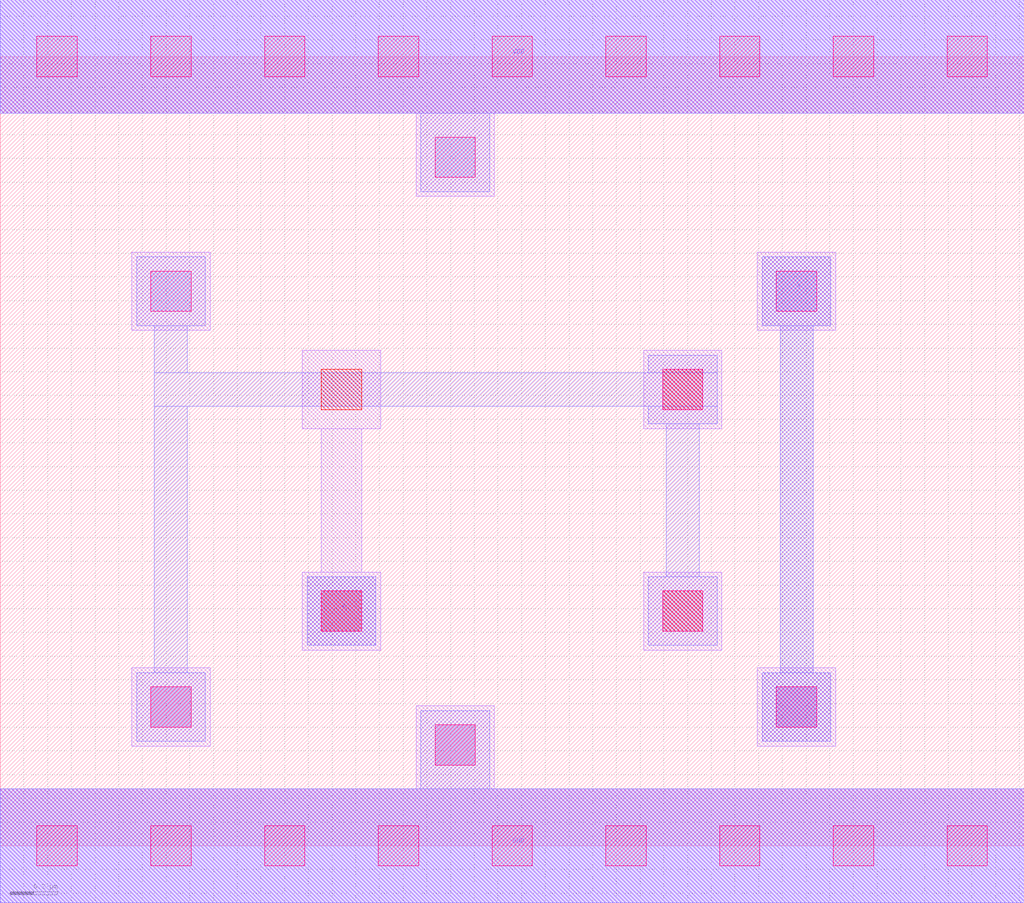
<source format=lef>
MACRO BUFX2
 CLASS CORE ;
 FOREIGN BUFX2 0 0 ;
 SIZE 4.32 BY 3.33 ;
 ORIGIN 0 0 ;
 SYMMETRY X Y R90 ;
 SITE unit ;
  PIN VDD
   DIRECTION INOUT ;
   USE POWER ;
   SHAPE ABUTMENT ;
    PORT
     CLASS CORE ;
       LAYER li1 ;
        RECT 0.00000000 3.09000000 4.32000000 3.57000000 ;
       LAYER met1 ;
        RECT 0.00000000 3.09000000 4.32000000 3.57000000 ;
    END
  END VDD

  PIN GND
   DIRECTION INOUT ;
   USE POWER ;
   SHAPE ABUTMENT ;
    PORT
     CLASS CORE ;
       LAYER li1 ;
        RECT 0.00000000 -0.24000000 4.32000000 0.24000000 ;
       LAYER met1 ;
        RECT 0.00000000 -0.24000000 4.32000000 0.24000000 ;
    END
  END GND

  PIN Y
   DIRECTION INOUT ;
   USE SIGNAL ;
   SHAPE ABUTMENT ;
    PORT
     CLASS CORE ;
       LAYER met1 ;
        RECT 3.21500000 0.44000000 3.50500000 0.73000000 ;
        RECT 3.29000000 0.73000000 3.43000000 2.19500000 ;
        RECT 3.21500000 2.19500000 3.50500000 2.48500000 ;
    END
  END Y

  PIN A
   DIRECTION INOUT ;
   USE SIGNAL ;
   SHAPE ABUTMENT ;
    PORT
     CLASS CORE ;
       LAYER met1 ;
        RECT 1.29500000 0.84500000 1.58500000 1.13500000 ;
    END
  END A

 OBS
    LAYER polycont ;
     RECT 1.35500000 0.90500000 1.52500000 1.07500000 ;
     RECT 2.79500000 0.90500000 2.96500000 1.07500000 ;
     RECT 1.35500000 1.84000000 1.52500000 2.01000000 ;
     RECT 2.79500000 1.84000000 2.96500000 2.01000000 ;

    LAYER pdiffc ;
     RECT 0.63500000 2.25500000 0.80500000 2.42500000 ;
     RECT 3.27500000 2.25500000 3.44500000 2.42500000 ;
     RECT 1.83500000 2.82000000 2.00500000 2.99000000 ;

    LAYER ndiffc ;
     RECT 1.83500000 0.34000000 2.00500000 0.51000000 ;
     RECT 0.63500000 0.50000000 0.80500000 0.67000000 ;
     RECT 3.27500000 0.50000000 3.44500000 0.67000000 ;

    LAYER li1 ;
     RECT 0.00000000 -0.24000000 4.32000000 0.24000000 ;
     RECT 1.75500000 0.24000000 2.08500000 0.59000000 ;
     RECT 0.55500000 0.42000000 0.88500000 0.75000000 ;
     RECT 3.19500000 0.42000000 3.52500000 0.75000000 ;
     RECT 2.71500000 0.82500000 3.04500000 1.15500000 ;
     RECT 1.27500000 0.82500000 1.60500000 1.15500000 ;
     RECT 1.35500000 1.15500000 1.52500000 1.76000000 ;
     RECT 1.27500000 1.76000000 1.60500000 2.09000000 ;
     RECT 2.71500000 1.76000000 3.04500000 2.09000000 ;
     RECT 0.55500000 2.17500000 0.88500000 2.50500000 ;
     RECT 3.19500000 2.17500000 3.52500000 2.50500000 ;
     RECT 1.75500000 2.74000000 2.08500000 3.09000000 ;
     RECT 0.00000000 3.09000000 4.32000000 3.57000000 ;

    LAYER viali ;
     RECT 0.15500000 -0.08500000 0.32500000 0.08500000 ;
     RECT 0.63500000 -0.08500000 0.80500000 0.08500000 ;
     RECT 1.11500000 -0.08500000 1.28500000 0.08500000 ;
     RECT 1.59500000 -0.08500000 1.76500000 0.08500000 ;
     RECT 2.07500000 -0.08500000 2.24500000 0.08500000 ;
     RECT 2.55500000 -0.08500000 2.72500000 0.08500000 ;
     RECT 3.03500000 -0.08500000 3.20500000 0.08500000 ;
     RECT 3.51500000 -0.08500000 3.68500000 0.08500000 ;
     RECT 3.99500000 -0.08500000 4.16500000 0.08500000 ;
     RECT 1.83500000 0.34000000 2.00500000 0.51000000 ;
     RECT 0.63500000 0.50000000 0.80500000 0.67000000 ;
     RECT 3.27500000 0.50000000 3.44500000 0.67000000 ;
     RECT 1.35500000 0.90500000 1.52500000 1.07500000 ;
     RECT 2.79500000 0.90500000 2.96500000 1.07500000 ;
     RECT 2.79500000 1.84000000 2.96500000 2.01000000 ;
     RECT 0.63500000 2.25500000 0.80500000 2.42500000 ;
     RECT 3.27500000 2.25500000 3.44500000 2.42500000 ;
     RECT 1.83500000 2.82000000 2.00500000 2.99000000 ;
     RECT 0.15500000 3.24500000 0.32500000 3.41500000 ;
     RECT 0.63500000 3.24500000 0.80500000 3.41500000 ;
     RECT 1.11500000 3.24500000 1.28500000 3.41500000 ;
     RECT 1.59500000 3.24500000 1.76500000 3.41500000 ;
     RECT 2.07500000 3.24500000 2.24500000 3.41500000 ;
     RECT 2.55500000 3.24500000 2.72500000 3.41500000 ;
     RECT 3.03500000 3.24500000 3.20500000 3.41500000 ;
     RECT 3.51500000 3.24500000 3.68500000 3.41500000 ;
     RECT 3.99500000 3.24500000 4.16500000 3.41500000 ;

    LAYER met1 ;
     RECT 0.00000000 -0.24000000 4.32000000 0.24000000 ;
     RECT 1.77500000 0.24000000 2.06500000 0.57000000 ;
     RECT 1.29500000 0.84500000 1.58500000 1.13500000 ;
     RECT 0.57500000 0.44000000 0.86500000 0.73000000 ;
     RECT 2.73500000 0.84500000 3.02500000 1.13500000 ;
     RECT 2.81000000 1.13500000 2.95000000 1.78000000 ;
     RECT 0.65000000 0.73000000 0.79000000 1.85500000 ;
     RECT 2.73500000 1.78000000 3.02500000 1.85500000 ;
     RECT 0.65000000 1.85500000 3.02500000 1.99500000 ;
     RECT 2.73500000 1.99500000 3.02500000 2.07000000 ;
     RECT 0.65000000 1.99500000 0.79000000 2.19500000 ;
     RECT 0.57500000 2.19500000 0.86500000 2.48500000 ;
     RECT 3.21500000 0.44000000 3.50500000 0.73000000 ;
     RECT 3.29000000 0.73000000 3.43000000 2.19500000 ;
     RECT 3.21500000 2.19500000 3.50500000 2.48500000 ;
     RECT 1.77500000 2.76000000 2.06500000 3.09000000 ;
     RECT 0.00000000 3.09000000 4.32000000 3.57000000 ;

 END
END BUFX2

</source>
